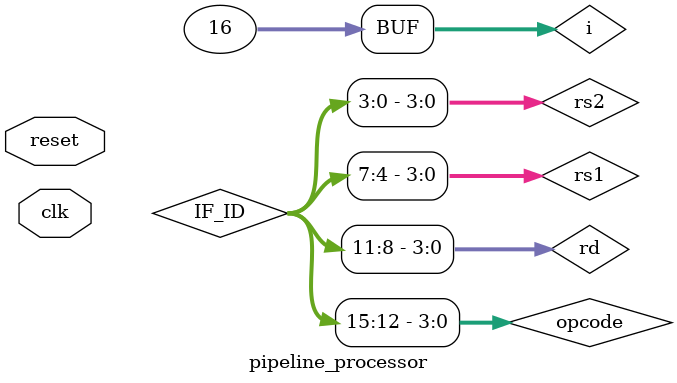
<source format=v>
`timescale 1ns / 1ps

module pipeline_processor (
    input clk,
    input reset
);
    // Instruction opcodes
    localparam ADD  = 4'b0001;
    localparam SUB  = 4'b0010;
    localparam LOAD = 4'b0011;

    // Registers
    reg [15:0] instruction_mem [0:15];
    reg [7:0] register_file [0:15];

    // Pipeline registers
    reg [15:0] IF_ID;
    reg [15:0] ID_EX;
    reg [7:0]  EX_WB_result;
    reg [3:0]  EX_WB_dest;

    // Instruction Fetch
    reg [3:0] PC;
    wire [15:0] instruction = instruction_mem[PC];

    // Decode
    wire [3:0] opcode = IF_ID[15:12];
    wire [3:0] rd     = IF_ID[11:8];
    wire [3:0] rs1    = IF_ID[7:4];
    wire [3:0] rs2    = IF_ID[3:0];
    wire [7:0] reg_data1 = register_file[rs1];
    wire [7:0] reg_data2 = register_file[rs2];

    // Execute
    reg [7:0] alu_result;

    // Writeback
    always @(posedge clk) begin
        if (reset) begin
            PC <= 0;
        end else begin
            // IF Stage
            IF_ID <= instruction;
            PC <= PC + 1;

            // ID to EX Stage
            ID_EX <= IF_ID;

            // EX Stage
            case (ID_EX[15:12])
                ADD:  alu_result <= register_file[ID_EX[7:4]] + register_file[ID_EX[3:0]];
                SUB:  alu_result <= register_file[ID_EX[7:4]] - register_file[ID_EX[3:0]];
                LOAD: alu_result <= {4'b0000, ID_EX[3:0]}; // immediate
                default: alu_result <= 8'h00;
            endcase

            EX_WB_result <= alu_result;
            EX_WB_dest   <= ID_EX[11:8];

            // WB Stage
            register_file[EX_WB_dest] <= EX_WB_result;
        end
    end

    // Initialize instruction memory and registers
    integer i;
    initial begin
        // Preload instructions
        instruction_mem[0] = {ADD, 4'd1, 4'd2, 4'd3};   // R1 = R2 + R3
        instruction_mem[1] = {SUB, 4'd4, 4'd1, 4'd2};   // R4 = R1 - R2
        instruction_mem[2] = {LOAD, 4'd5, 4'd0, 4'd9};  // R5 = 9
        instruction_mem[3] = {ADD, 4'd6, 4'd5, 4'd5};   // R6 = R5 + R5

        for (i = 0; i < 16; i = i + 1) begin
            register_file[i] = i;
        end
    end

endmodule

</source>
